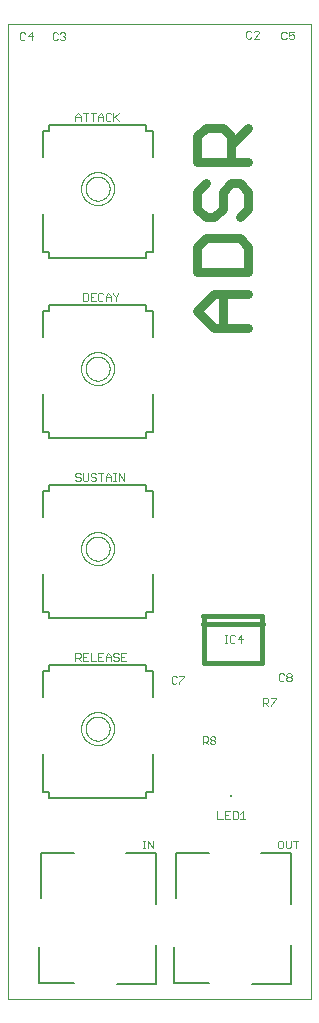
<source format=gto>
G75*
%MOIN*%
%OFA0B0*%
%FSLAX25Y25*%
%IPPOS*%
%LPD*%
%AMOC8*
5,1,8,0,0,1.08239X$1,22.5*
%
%ADD10C,0.00000*%
%ADD11C,0.03000*%
%ADD12C,0.01600*%
%ADD13C,0.00200*%
%ADD14C,0.00800*%
%ADD15R,0.00787X0.00787*%
D10*
X0001000Y0001000D02*
X0001000Y0325961D01*
X0102201Y0325961D01*
X0102201Y0001000D01*
X0001000Y0001000D01*
D11*
X0069886Y0224651D02*
X0064214Y0230322D01*
X0069886Y0235994D01*
X0081229Y0235994D01*
X0081229Y0243067D02*
X0081229Y0251574D01*
X0078393Y0254410D01*
X0067050Y0254410D01*
X0064214Y0251574D01*
X0064214Y0243067D01*
X0081229Y0243067D01*
X0078393Y0261482D02*
X0081229Y0264318D01*
X0081229Y0269990D01*
X0078393Y0272825D01*
X0075557Y0272825D01*
X0072722Y0269990D01*
X0072722Y0264318D01*
X0069886Y0261482D01*
X0067050Y0261482D01*
X0064214Y0264318D01*
X0064214Y0269990D01*
X0067050Y0272825D01*
X0064214Y0279898D02*
X0064214Y0288405D01*
X0067050Y0291241D01*
X0072722Y0291241D01*
X0075557Y0288405D01*
X0075557Y0279898D01*
X0075557Y0285570D02*
X0081229Y0291241D01*
X0081229Y0279898D02*
X0064214Y0279898D01*
X0072722Y0235994D02*
X0072722Y0224651D01*
X0069886Y0224651D02*
X0081229Y0224651D01*
D12*
X0085895Y0128516D02*
X0066247Y0128516D01*
X0066352Y0128201D02*
X0066352Y0112970D01*
X0085895Y0112970D01*
X0085895Y0128516D01*
X0086000Y0126000D02*
X0066000Y0126000D01*
D13*
X0059887Y0108531D02*
X0059887Y0108104D01*
X0058182Y0106399D01*
X0058182Y0105973D01*
X0057350Y0106399D02*
X0056924Y0105973D01*
X0056071Y0105973D01*
X0055644Y0106399D01*
X0055644Y0108104D01*
X0056071Y0108531D01*
X0056924Y0108531D01*
X0057350Y0108104D01*
X0058182Y0108531D02*
X0059887Y0108531D01*
X0066025Y0088402D02*
X0067304Y0088402D01*
X0067730Y0087976D01*
X0067730Y0087123D01*
X0067304Y0086697D01*
X0066025Y0086697D01*
X0066877Y0086697D02*
X0067730Y0085844D01*
X0068562Y0086270D02*
X0068562Y0086697D01*
X0068989Y0087123D01*
X0069841Y0087123D01*
X0070268Y0086697D01*
X0070268Y0086270D01*
X0069841Y0085844D01*
X0068989Y0085844D01*
X0068562Y0086270D01*
X0068989Y0087123D02*
X0068562Y0087549D01*
X0068562Y0087976D01*
X0068989Y0088402D01*
X0069841Y0088402D01*
X0070268Y0087976D01*
X0070268Y0087549D01*
X0069841Y0087123D01*
X0066025Y0085844D02*
X0066025Y0088402D01*
X0070950Y0063402D02*
X0070950Y0060844D01*
X0072655Y0060844D01*
X0073487Y0060844D02*
X0075193Y0060844D01*
X0076025Y0060844D02*
X0077304Y0060844D01*
X0077730Y0061270D01*
X0077730Y0062976D01*
X0077304Y0063402D01*
X0076025Y0063402D01*
X0076025Y0060844D01*
X0074340Y0062123D02*
X0073487Y0062123D01*
X0073487Y0063402D02*
X0073487Y0060844D01*
X0073487Y0063402D02*
X0075193Y0063402D01*
X0078562Y0062549D02*
X0079415Y0063402D01*
X0079415Y0060844D01*
X0078562Y0060844D02*
X0080268Y0060844D01*
X0091100Y0053232D02*
X0091100Y0051526D01*
X0091526Y0051100D01*
X0092379Y0051100D01*
X0092805Y0051526D01*
X0092805Y0053232D01*
X0092379Y0053658D01*
X0091526Y0053658D01*
X0091100Y0053232D01*
X0093638Y0053658D02*
X0093638Y0051526D01*
X0094064Y0051100D01*
X0094917Y0051100D01*
X0095343Y0051526D01*
X0095343Y0053658D01*
X0096175Y0053658D02*
X0097881Y0053658D01*
X0097028Y0053658D02*
X0097028Y0051100D01*
X0088638Y0098600D02*
X0088638Y0099026D01*
X0090343Y0100732D01*
X0090343Y0101158D01*
X0088638Y0101158D01*
X0087805Y0100732D02*
X0087805Y0099879D01*
X0087379Y0099453D01*
X0086100Y0099453D01*
X0086953Y0099453D02*
X0087805Y0098600D01*
X0086100Y0098600D02*
X0086100Y0101158D01*
X0087379Y0101158D01*
X0087805Y0100732D01*
X0091831Y0106882D02*
X0091405Y0107308D01*
X0091405Y0109014D01*
X0091831Y0109440D01*
X0092684Y0109440D01*
X0093111Y0109014D01*
X0093943Y0109014D02*
X0093943Y0108587D01*
X0094369Y0108161D01*
X0095222Y0108161D01*
X0095648Y0107735D01*
X0095648Y0107308D01*
X0095222Y0106882D01*
X0094369Y0106882D01*
X0093943Y0107308D01*
X0093943Y0107735D01*
X0094369Y0108161D01*
X0095222Y0108161D02*
X0095648Y0108587D01*
X0095648Y0109014D01*
X0095222Y0109440D01*
X0094369Y0109440D01*
X0093943Y0109014D01*
X0093111Y0107308D02*
X0092684Y0106882D01*
X0091831Y0106882D01*
X0078919Y0119576D02*
X0078919Y0122134D01*
X0077640Y0120855D01*
X0079345Y0120855D01*
X0076807Y0121708D02*
X0076381Y0122134D01*
X0075528Y0122134D01*
X0075102Y0121708D01*
X0075102Y0120002D01*
X0075528Y0119576D01*
X0076381Y0119576D01*
X0076807Y0120002D01*
X0074263Y0119576D02*
X0073410Y0119576D01*
X0073837Y0119576D02*
X0073837Y0122134D01*
X0074263Y0122134D02*
X0073410Y0122134D01*
X0049497Y0053658D02*
X0049497Y0051100D01*
X0047792Y0053658D01*
X0047792Y0051100D01*
X0046953Y0051100D02*
X0046100Y0051100D01*
X0046526Y0051100D02*
X0046526Y0053658D01*
X0046100Y0053658D02*
X0046953Y0053658D01*
X0027000Y0091000D02*
X0027002Y0091126D01*
X0027008Y0091252D01*
X0027018Y0091378D01*
X0027032Y0091504D01*
X0027050Y0091629D01*
X0027072Y0091753D01*
X0027097Y0091877D01*
X0027127Y0092000D01*
X0027160Y0092121D01*
X0027198Y0092242D01*
X0027239Y0092361D01*
X0027284Y0092480D01*
X0027332Y0092596D01*
X0027384Y0092711D01*
X0027440Y0092824D01*
X0027500Y0092936D01*
X0027563Y0093045D01*
X0027629Y0093153D01*
X0027698Y0093258D01*
X0027771Y0093361D01*
X0027848Y0093462D01*
X0027927Y0093560D01*
X0028009Y0093656D01*
X0028095Y0093749D01*
X0028183Y0093840D01*
X0028274Y0093927D01*
X0028368Y0094012D01*
X0028464Y0094093D01*
X0028563Y0094172D01*
X0028664Y0094247D01*
X0028768Y0094319D01*
X0028874Y0094388D01*
X0028982Y0094454D01*
X0029092Y0094516D01*
X0029204Y0094574D01*
X0029317Y0094629D01*
X0029433Y0094680D01*
X0029550Y0094728D01*
X0029668Y0094772D01*
X0029788Y0094812D01*
X0029909Y0094848D01*
X0030031Y0094881D01*
X0030154Y0094910D01*
X0030278Y0094934D01*
X0030402Y0094955D01*
X0030527Y0094972D01*
X0030653Y0094985D01*
X0030779Y0094994D01*
X0030905Y0094999D01*
X0031032Y0095000D01*
X0031158Y0094997D01*
X0031284Y0094990D01*
X0031410Y0094979D01*
X0031535Y0094964D01*
X0031660Y0094945D01*
X0031784Y0094922D01*
X0031908Y0094896D01*
X0032030Y0094865D01*
X0032152Y0094831D01*
X0032272Y0094792D01*
X0032391Y0094750D01*
X0032509Y0094705D01*
X0032625Y0094655D01*
X0032740Y0094602D01*
X0032852Y0094545D01*
X0032963Y0094485D01*
X0033072Y0094421D01*
X0033179Y0094354D01*
X0033284Y0094284D01*
X0033387Y0094210D01*
X0033487Y0094133D01*
X0033585Y0094053D01*
X0033680Y0093970D01*
X0033772Y0093884D01*
X0033862Y0093795D01*
X0033949Y0093703D01*
X0034032Y0093609D01*
X0034113Y0093512D01*
X0034191Y0093412D01*
X0034266Y0093310D01*
X0034337Y0093206D01*
X0034405Y0093099D01*
X0034469Y0092991D01*
X0034530Y0092880D01*
X0034588Y0092768D01*
X0034642Y0092654D01*
X0034692Y0092538D01*
X0034739Y0092421D01*
X0034782Y0092302D01*
X0034821Y0092182D01*
X0034857Y0092061D01*
X0034888Y0091938D01*
X0034916Y0091815D01*
X0034940Y0091691D01*
X0034960Y0091566D01*
X0034976Y0091441D01*
X0034988Y0091315D01*
X0034996Y0091189D01*
X0035000Y0091063D01*
X0035000Y0090937D01*
X0034996Y0090811D01*
X0034988Y0090685D01*
X0034976Y0090559D01*
X0034960Y0090434D01*
X0034940Y0090309D01*
X0034916Y0090185D01*
X0034888Y0090062D01*
X0034857Y0089939D01*
X0034821Y0089818D01*
X0034782Y0089698D01*
X0034739Y0089579D01*
X0034692Y0089462D01*
X0034642Y0089346D01*
X0034588Y0089232D01*
X0034530Y0089120D01*
X0034469Y0089009D01*
X0034405Y0088901D01*
X0034337Y0088794D01*
X0034266Y0088690D01*
X0034191Y0088588D01*
X0034113Y0088488D01*
X0034032Y0088391D01*
X0033949Y0088297D01*
X0033862Y0088205D01*
X0033772Y0088116D01*
X0033680Y0088030D01*
X0033585Y0087947D01*
X0033487Y0087867D01*
X0033387Y0087790D01*
X0033284Y0087716D01*
X0033179Y0087646D01*
X0033072Y0087579D01*
X0032963Y0087515D01*
X0032852Y0087455D01*
X0032740Y0087398D01*
X0032625Y0087345D01*
X0032509Y0087295D01*
X0032391Y0087250D01*
X0032272Y0087208D01*
X0032152Y0087169D01*
X0032030Y0087135D01*
X0031908Y0087104D01*
X0031784Y0087078D01*
X0031660Y0087055D01*
X0031535Y0087036D01*
X0031410Y0087021D01*
X0031284Y0087010D01*
X0031158Y0087003D01*
X0031032Y0087000D01*
X0030905Y0087001D01*
X0030779Y0087006D01*
X0030653Y0087015D01*
X0030527Y0087028D01*
X0030402Y0087045D01*
X0030278Y0087066D01*
X0030154Y0087090D01*
X0030031Y0087119D01*
X0029909Y0087152D01*
X0029788Y0087188D01*
X0029668Y0087228D01*
X0029550Y0087272D01*
X0029433Y0087320D01*
X0029317Y0087371D01*
X0029204Y0087426D01*
X0029092Y0087484D01*
X0028982Y0087546D01*
X0028874Y0087612D01*
X0028768Y0087681D01*
X0028664Y0087753D01*
X0028563Y0087828D01*
X0028464Y0087907D01*
X0028368Y0087988D01*
X0028274Y0088073D01*
X0028183Y0088160D01*
X0028095Y0088251D01*
X0028009Y0088344D01*
X0027927Y0088440D01*
X0027848Y0088538D01*
X0027771Y0088639D01*
X0027698Y0088742D01*
X0027629Y0088847D01*
X0027563Y0088955D01*
X0027500Y0089064D01*
X0027440Y0089176D01*
X0027384Y0089289D01*
X0027332Y0089404D01*
X0027284Y0089520D01*
X0027239Y0089639D01*
X0027198Y0089758D01*
X0027160Y0089879D01*
X0027127Y0090000D01*
X0027097Y0090123D01*
X0027072Y0090247D01*
X0027050Y0090371D01*
X0027032Y0090496D01*
X0027018Y0090622D01*
X0027008Y0090748D01*
X0027002Y0090874D01*
X0027000Y0091000D01*
X0025500Y0091000D02*
X0025502Y0091148D01*
X0025508Y0091296D01*
X0025518Y0091444D01*
X0025532Y0091592D01*
X0025550Y0091739D01*
X0025572Y0091886D01*
X0025598Y0092032D01*
X0025627Y0092177D01*
X0025661Y0092322D01*
X0025699Y0092465D01*
X0025740Y0092608D01*
X0025785Y0092749D01*
X0025835Y0092889D01*
X0025887Y0093027D01*
X0025944Y0093165D01*
X0026004Y0093300D01*
X0026068Y0093434D01*
X0026135Y0093566D01*
X0026206Y0093696D01*
X0026281Y0093825D01*
X0026359Y0093951D01*
X0026440Y0094075D01*
X0026524Y0094197D01*
X0026612Y0094316D01*
X0026703Y0094433D01*
X0026797Y0094548D01*
X0026895Y0094660D01*
X0026995Y0094769D01*
X0027098Y0094876D01*
X0027204Y0094980D01*
X0027312Y0095081D01*
X0027424Y0095179D01*
X0027538Y0095274D01*
X0027654Y0095365D01*
X0027773Y0095454D01*
X0027894Y0095539D01*
X0028018Y0095621D01*
X0028144Y0095700D01*
X0028271Y0095775D01*
X0028401Y0095847D01*
X0028533Y0095916D01*
X0028666Y0095980D01*
X0028801Y0096041D01*
X0028938Y0096099D01*
X0029076Y0096153D01*
X0029216Y0096203D01*
X0029357Y0096249D01*
X0029499Y0096291D01*
X0029642Y0096330D01*
X0029786Y0096364D01*
X0029932Y0096395D01*
X0030077Y0096422D01*
X0030224Y0096445D01*
X0030371Y0096464D01*
X0030519Y0096479D01*
X0030666Y0096490D01*
X0030815Y0096497D01*
X0030963Y0096500D01*
X0031111Y0096499D01*
X0031259Y0096494D01*
X0031407Y0096485D01*
X0031555Y0096472D01*
X0031703Y0096455D01*
X0031849Y0096434D01*
X0031996Y0096409D01*
X0032141Y0096380D01*
X0032286Y0096348D01*
X0032429Y0096311D01*
X0032572Y0096271D01*
X0032714Y0096226D01*
X0032854Y0096178D01*
X0032993Y0096126D01*
X0033130Y0096071D01*
X0033266Y0096011D01*
X0033401Y0095948D01*
X0033533Y0095882D01*
X0033664Y0095812D01*
X0033793Y0095738D01*
X0033919Y0095661D01*
X0034044Y0095581D01*
X0034166Y0095497D01*
X0034287Y0095410D01*
X0034404Y0095320D01*
X0034520Y0095226D01*
X0034632Y0095130D01*
X0034742Y0095031D01*
X0034850Y0094928D01*
X0034954Y0094823D01*
X0035056Y0094715D01*
X0035154Y0094604D01*
X0035250Y0094491D01*
X0035343Y0094375D01*
X0035432Y0094257D01*
X0035518Y0094136D01*
X0035601Y0094013D01*
X0035681Y0093888D01*
X0035757Y0093761D01*
X0035830Y0093631D01*
X0035899Y0093500D01*
X0035964Y0093367D01*
X0036027Y0093233D01*
X0036085Y0093096D01*
X0036140Y0092958D01*
X0036190Y0092819D01*
X0036238Y0092678D01*
X0036281Y0092537D01*
X0036321Y0092394D01*
X0036356Y0092250D01*
X0036388Y0092105D01*
X0036416Y0091959D01*
X0036440Y0091813D01*
X0036460Y0091666D01*
X0036476Y0091518D01*
X0036488Y0091371D01*
X0036496Y0091222D01*
X0036500Y0091074D01*
X0036500Y0090926D01*
X0036496Y0090778D01*
X0036488Y0090629D01*
X0036476Y0090482D01*
X0036460Y0090334D01*
X0036440Y0090187D01*
X0036416Y0090041D01*
X0036388Y0089895D01*
X0036356Y0089750D01*
X0036321Y0089606D01*
X0036281Y0089463D01*
X0036238Y0089322D01*
X0036190Y0089181D01*
X0036140Y0089042D01*
X0036085Y0088904D01*
X0036027Y0088767D01*
X0035964Y0088633D01*
X0035899Y0088500D01*
X0035830Y0088369D01*
X0035757Y0088239D01*
X0035681Y0088112D01*
X0035601Y0087987D01*
X0035518Y0087864D01*
X0035432Y0087743D01*
X0035343Y0087625D01*
X0035250Y0087509D01*
X0035154Y0087396D01*
X0035056Y0087285D01*
X0034954Y0087177D01*
X0034850Y0087072D01*
X0034742Y0086969D01*
X0034632Y0086870D01*
X0034520Y0086774D01*
X0034404Y0086680D01*
X0034287Y0086590D01*
X0034166Y0086503D01*
X0034044Y0086419D01*
X0033919Y0086339D01*
X0033793Y0086262D01*
X0033664Y0086188D01*
X0033533Y0086118D01*
X0033401Y0086052D01*
X0033266Y0085989D01*
X0033130Y0085929D01*
X0032993Y0085874D01*
X0032854Y0085822D01*
X0032714Y0085774D01*
X0032572Y0085729D01*
X0032429Y0085689D01*
X0032286Y0085652D01*
X0032141Y0085620D01*
X0031996Y0085591D01*
X0031849Y0085566D01*
X0031703Y0085545D01*
X0031555Y0085528D01*
X0031407Y0085515D01*
X0031259Y0085506D01*
X0031111Y0085501D01*
X0030963Y0085500D01*
X0030815Y0085503D01*
X0030666Y0085510D01*
X0030519Y0085521D01*
X0030371Y0085536D01*
X0030224Y0085555D01*
X0030077Y0085578D01*
X0029932Y0085605D01*
X0029786Y0085636D01*
X0029642Y0085670D01*
X0029499Y0085709D01*
X0029357Y0085751D01*
X0029216Y0085797D01*
X0029076Y0085847D01*
X0028938Y0085901D01*
X0028801Y0085959D01*
X0028666Y0086020D01*
X0028533Y0086084D01*
X0028401Y0086153D01*
X0028271Y0086225D01*
X0028144Y0086300D01*
X0028018Y0086379D01*
X0027894Y0086461D01*
X0027773Y0086546D01*
X0027654Y0086635D01*
X0027538Y0086726D01*
X0027424Y0086821D01*
X0027312Y0086919D01*
X0027204Y0087020D01*
X0027098Y0087124D01*
X0026995Y0087231D01*
X0026895Y0087340D01*
X0026797Y0087452D01*
X0026703Y0087567D01*
X0026612Y0087684D01*
X0026524Y0087803D01*
X0026440Y0087925D01*
X0026359Y0088049D01*
X0026281Y0088175D01*
X0026206Y0088304D01*
X0026135Y0088434D01*
X0026068Y0088566D01*
X0026004Y0088700D01*
X0025944Y0088835D01*
X0025887Y0088973D01*
X0025835Y0089111D01*
X0025785Y0089251D01*
X0025740Y0089392D01*
X0025699Y0089535D01*
X0025661Y0089678D01*
X0025627Y0089823D01*
X0025598Y0089968D01*
X0025572Y0090114D01*
X0025550Y0090261D01*
X0025532Y0090408D01*
X0025518Y0090556D01*
X0025508Y0090704D01*
X0025502Y0090852D01*
X0025500Y0091000D01*
X0025305Y0113600D02*
X0024453Y0114453D01*
X0024879Y0114453D02*
X0023600Y0114453D01*
X0023600Y0113600D02*
X0023600Y0116158D01*
X0024879Y0116158D01*
X0025305Y0115732D01*
X0025305Y0114879D01*
X0024879Y0114453D01*
X0026138Y0114879D02*
X0026990Y0114879D01*
X0026138Y0113600D02*
X0027843Y0113600D01*
X0028675Y0113600D02*
X0028675Y0116158D01*
X0027843Y0116158D02*
X0026138Y0116158D01*
X0026138Y0113600D01*
X0028675Y0113600D02*
X0030381Y0113600D01*
X0031213Y0113600D02*
X0031213Y0116158D01*
X0032918Y0116158D01*
X0033750Y0115305D02*
X0033750Y0113600D01*
X0032918Y0113600D02*
X0031213Y0113600D01*
X0031213Y0114879D02*
X0032065Y0114879D01*
X0033750Y0114879D02*
X0035456Y0114879D01*
X0035456Y0115305D02*
X0035456Y0113600D01*
X0036288Y0114026D02*
X0036714Y0113600D01*
X0037567Y0113600D01*
X0037993Y0114026D01*
X0037993Y0114453D01*
X0037567Y0114879D01*
X0036714Y0114879D01*
X0036288Y0115305D01*
X0036288Y0115732D01*
X0036714Y0116158D01*
X0037567Y0116158D01*
X0037993Y0115732D01*
X0038826Y0116158D02*
X0038826Y0113600D01*
X0040531Y0113600D01*
X0039678Y0114879D02*
X0038826Y0114879D01*
X0038826Y0116158D02*
X0040531Y0116158D01*
X0035456Y0115305D02*
X0034603Y0116158D01*
X0033750Y0115305D01*
X0027000Y0151000D02*
X0027002Y0151126D01*
X0027008Y0151252D01*
X0027018Y0151378D01*
X0027032Y0151504D01*
X0027050Y0151629D01*
X0027072Y0151753D01*
X0027097Y0151877D01*
X0027127Y0152000D01*
X0027160Y0152121D01*
X0027198Y0152242D01*
X0027239Y0152361D01*
X0027284Y0152480D01*
X0027332Y0152596D01*
X0027384Y0152711D01*
X0027440Y0152824D01*
X0027500Y0152936D01*
X0027563Y0153045D01*
X0027629Y0153153D01*
X0027698Y0153258D01*
X0027771Y0153361D01*
X0027848Y0153462D01*
X0027927Y0153560D01*
X0028009Y0153656D01*
X0028095Y0153749D01*
X0028183Y0153840D01*
X0028274Y0153927D01*
X0028368Y0154012D01*
X0028464Y0154093D01*
X0028563Y0154172D01*
X0028664Y0154247D01*
X0028768Y0154319D01*
X0028874Y0154388D01*
X0028982Y0154454D01*
X0029092Y0154516D01*
X0029204Y0154574D01*
X0029317Y0154629D01*
X0029433Y0154680D01*
X0029550Y0154728D01*
X0029668Y0154772D01*
X0029788Y0154812D01*
X0029909Y0154848D01*
X0030031Y0154881D01*
X0030154Y0154910D01*
X0030278Y0154934D01*
X0030402Y0154955D01*
X0030527Y0154972D01*
X0030653Y0154985D01*
X0030779Y0154994D01*
X0030905Y0154999D01*
X0031032Y0155000D01*
X0031158Y0154997D01*
X0031284Y0154990D01*
X0031410Y0154979D01*
X0031535Y0154964D01*
X0031660Y0154945D01*
X0031784Y0154922D01*
X0031908Y0154896D01*
X0032030Y0154865D01*
X0032152Y0154831D01*
X0032272Y0154792D01*
X0032391Y0154750D01*
X0032509Y0154705D01*
X0032625Y0154655D01*
X0032740Y0154602D01*
X0032852Y0154545D01*
X0032963Y0154485D01*
X0033072Y0154421D01*
X0033179Y0154354D01*
X0033284Y0154284D01*
X0033387Y0154210D01*
X0033487Y0154133D01*
X0033585Y0154053D01*
X0033680Y0153970D01*
X0033772Y0153884D01*
X0033862Y0153795D01*
X0033949Y0153703D01*
X0034032Y0153609D01*
X0034113Y0153512D01*
X0034191Y0153412D01*
X0034266Y0153310D01*
X0034337Y0153206D01*
X0034405Y0153099D01*
X0034469Y0152991D01*
X0034530Y0152880D01*
X0034588Y0152768D01*
X0034642Y0152654D01*
X0034692Y0152538D01*
X0034739Y0152421D01*
X0034782Y0152302D01*
X0034821Y0152182D01*
X0034857Y0152061D01*
X0034888Y0151938D01*
X0034916Y0151815D01*
X0034940Y0151691D01*
X0034960Y0151566D01*
X0034976Y0151441D01*
X0034988Y0151315D01*
X0034996Y0151189D01*
X0035000Y0151063D01*
X0035000Y0150937D01*
X0034996Y0150811D01*
X0034988Y0150685D01*
X0034976Y0150559D01*
X0034960Y0150434D01*
X0034940Y0150309D01*
X0034916Y0150185D01*
X0034888Y0150062D01*
X0034857Y0149939D01*
X0034821Y0149818D01*
X0034782Y0149698D01*
X0034739Y0149579D01*
X0034692Y0149462D01*
X0034642Y0149346D01*
X0034588Y0149232D01*
X0034530Y0149120D01*
X0034469Y0149009D01*
X0034405Y0148901D01*
X0034337Y0148794D01*
X0034266Y0148690D01*
X0034191Y0148588D01*
X0034113Y0148488D01*
X0034032Y0148391D01*
X0033949Y0148297D01*
X0033862Y0148205D01*
X0033772Y0148116D01*
X0033680Y0148030D01*
X0033585Y0147947D01*
X0033487Y0147867D01*
X0033387Y0147790D01*
X0033284Y0147716D01*
X0033179Y0147646D01*
X0033072Y0147579D01*
X0032963Y0147515D01*
X0032852Y0147455D01*
X0032740Y0147398D01*
X0032625Y0147345D01*
X0032509Y0147295D01*
X0032391Y0147250D01*
X0032272Y0147208D01*
X0032152Y0147169D01*
X0032030Y0147135D01*
X0031908Y0147104D01*
X0031784Y0147078D01*
X0031660Y0147055D01*
X0031535Y0147036D01*
X0031410Y0147021D01*
X0031284Y0147010D01*
X0031158Y0147003D01*
X0031032Y0147000D01*
X0030905Y0147001D01*
X0030779Y0147006D01*
X0030653Y0147015D01*
X0030527Y0147028D01*
X0030402Y0147045D01*
X0030278Y0147066D01*
X0030154Y0147090D01*
X0030031Y0147119D01*
X0029909Y0147152D01*
X0029788Y0147188D01*
X0029668Y0147228D01*
X0029550Y0147272D01*
X0029433Y0147320D01*
X0029317Y0147371D01*
X0029204Y0147426D01*
X0029092Y0147484D01*
X0028982Y0147546D01*
X0028874Y0147612D01*
X0028768Y0147681D01*
X0028664Y0147753D01*
X0028563Y0147828D01*
X0028464Y0147907D01*
X0028368Y0147988D01*
X0028274Y0148073D01*
X0028183Y0148160D01*
X0028095Y0148251D01*
X0028009Y0148344D01*
X0027927Y0148440D01*
X0027848Y0148538D01*
X0027771Y0148639D01*
X0027698Y0148742D01*
X0027629Y0148847D01*
X0027563Y0148955D01*
X0027500Y0149064D01*
X0027440Y0149176D01*
X0027384Y0149289D01*
X0027332Y0149404D01*
X0027284Y0149520D01*
X0027239Y0149639D01*
X0027198Y0149758D01*
X0027160Y0149879D01*
X0027127Y0150000D01*
X0027097Y0150123D01*
X0027072Y0150247D01*
X0027050Y0150371D01*
X0027032Y0150496D01*
X0027018Y0150622D01*
X0027008Y0150748D01*
X0027002Y0150874D01*
X0027000Y0151000D01*
X0025500Y0151000D02*
X0025502Y0151148D01*
X0025508Y0151296D01*
X0025518Y0151444D01*
X0025532Y0151592D01*
X0025550Y0151739D01*
X0025572Y0151886D01*
X0025598Y0152032D01*
X0025627Y0152177D01*
X0025661Y0152322D01*
X0025699Y0152465D01*
X0025740Y0152608D01*
X0025785Y0152749D01*
X0025835Y0152889D01*
X0025887Y0153027D01*
X0025944Y0153165D01*
X0026004Y0153300D01*
X0026068Y0153434D01*
X0026135Y0153566D01*
X0026206Y0153696D01*
X0026281Y0153825D01*
X0026359Y0153951D01*
X0026440Y0154075D01*
X0026524Y0154197D01*
X0026612Y0154316D01*
X0026703Y0154433D01*
X0026797Y0154548D01*
X0026895Y0154660D01*
X0026995Y0154769D01*
X0027098Y0154876D01*
X0027204Y0154980D01*
X0027312Y0155081D01*
X0027424Y0155179D01*
X0027538Y0155274D01*
X0027654Y0155365D01*
X0027773Y0155454D01*
X0027894Y0155539D01*
X0028018Y0155621D01*
X0028144Y0155700D01*
X0028271Y0155775D01*
X0028401Y0155847D01*
X0028533Y0155916D01*
X0028666Y0155980D01*
X0028801Y0156041D01*
X0028938Y0156099D01*
X0029076Y0156153D01*
X0029216Y0156203D01*
X0029357Y0156249D01*
X0029499Y0156291D01*
X0029642Y0156330D01*
X0029786Y0156364D01*
X0029932Y0156395D01*
X0030077Y0156422D01*
X0030224Y0156445D01*
X0030371Y0156464D01*
X0030519Y0156479D01*
X0030666Y0156490D01*
X0030815Y0156497D01*
X0030963Y0156500D01*
X0031111Y0156499D01*
X0031259Y0156494D01*
X0031407Y0156485D01*
X0031555Y0156472D01*
X0031703Y0156455D01*
X0031849Y0156434D01*
X0031996Y0156409D01*
X0032141Y0156380D01*
X0032286Y0156348D01*
X0032429Y0156311D01*
X0032572Y0156271D01*
X0032714Y0156226D01*
X0032854Y0156178D01*
X0032993Y0156126D01*
X0033130Y0156071D01*
X0033266Y0156011D01*
X0033401Y0155948D01*
X0033533Y0155882D01*
X0033664Y0155812D01*
X0033793Y0155738D01*
X0033919Y0155661D01*
X0034044Y0155581D01*
X0034166Y0155497D01*
X0034287Y0155410D01*
X0034404Y0155320D01*
X0034520Y0155226D01*
X0034632Y0155130D01*
X0034742Y0155031D01*
X0034850Y0154928D01*
X0034954Y0154823D01*
X0035056Y0154715D01*
X0035154Y0154604D01*
X0035250Y0154491D01*
X0035343Y0154375D01*
X0035432Y0154257D01*
X0035518Y0154136D01*
X0035601Y0154013D01*
X0035681Y0153888D01*
X0035757Y0153761D01*
X0035830Y0153631D01*
X0035899Y0153500D01*
X0035964Y0153367D01*
X0036027Y0153233D01*
X0036085Y0153096D01*
X0036140Y0152958D01*
X0036190Y0152819D01*
X0036238Y0152678D01*
X0036281Y0152537D01*
X0036321Y0152394D01*
X0036356Y0152250D01*
X0036388Y0152105D01*
X0036416Y0151959D01*
X0036440Y0151813D01*
X0036460Y0151666D01*
X0036476Y0151518D01*
X0036488Y0151371D01*
X0036496Y0151222D01*
X0036500Y0151074D01*
X0036500Y0150926D01*
X0036496Y0150778D01*
X0036488Y0150629D01*
X0036476Y0150482D01*
X0036460Y0150334D01*
X0036440Y0150187D01*
X0036416Y0150041D01*
X0036388Y0149895D01*
X0036356Y0149750D01*
X0036321Y0149606D01*
X0036281Y0149463D01*
X0036238Y0149322D01*
X0036190Y0149181D01*
X0036140Y0149042D01*
X0036085Y0148904D01*
X0036027Y0148767D01*
X0035964Y0148633D01*
X0035899Y0148500D01*
X0035830Y0148369D01*
X0035757Y0148239D01*
X0035681Y0148112D01*
X0035601Y0147987D01*
X0035518Y0147864D01*
X0035432Y0147743D01*
X0035343Y0147625D01*
X0035250Y0147509D01*
X0035154Y0147396D01*
X0035056Y0147285D01*
X0034954Y0147177D01*
X0034850Y0147072D01*
X0034742Y0146969D01*
X0034632Y0146870D01*
X0034520Y0146774D01*
X0034404Y0146680D01*
X0034287Y0146590D01*
X0034166Y0146503D01*
X0034044Y0146419D01*
X0033919Y0146339D01*
X0033793Y0146262D01*
X0033664Y0146188D01*
X0033533Y0146118D01*
X0033401Y0146052D01*
X0033266Y0145989D01*
X0033130Y0145929D01*
X0032993Y0145874D01*
X0032854Y0145822D01*
X0032714Y0145774D01*
X0032572Y0145729D01*
X0032429Y0145689D01*
X0032286Y0145652D01*
X0032141Y0145620D01*
X0031996Y0145591D01*
X0031849Y0145566D01*
X0031703Y0145545D01*
X0031555Y0145528D01*
X0031407Y0145515D01*
X0031259Y0145506D01*
X0031111Y0145501D01*
X0030963Y0145500D01*
X0030815Y0145503D01*
X0030666Y0145510D01*
X0030519Y0145521D01*
X0030371Y0145536D01*
X0030224Y0145555D01*
X0030077Y0145578D01*
X0029932Y0145605D01*
X0029786Y0145636D01*
X0029642Y0145670D01*
X0029499Y0145709D01*
X0029357Y0145751D01*
X0029216Y0145797D01*
X0029076Y0145847D01*
X0028938Y0145901D01*
X0028801Y0145959D01*
X0028666Y0146020D01*
X0028533Y0146084D01*
X0028401Y0146153D01*
X0028271Y0146225D01*
X0028144Y0146300D01*
X0028018Y0146379D01*
X0027894Y0146461D01*
X0027773Y0146546D01*
X0027654Y0146635D01*
X0027538Y0146726D01*
X0027424Y0146821D01*
X0027312Y0146919D01*
X0027204Y0147020D01*
X0027098Y0147124D01*
X0026995Y0147231D01*
X0026895Y0147340D01*
X0026797Y0147452D01*
X0026703Y0147567D01*
X0026612Y0147684D01*
X0026524Y0147803D01*
X0026440Y0147925D01*
X0026359Y0148049D01*
X0026281Y0148175D01*
X0026206Y0148304D01*
X0026135Y0148434D01*
X0026068Y0148566D01*
X0026004Y0148700D01*
X0025944Y0148835D01*
X0025887Y0148973D01*
X0025835Y0149111D01*
X0025785Y0149251D01*
X0025740Y0149392D01*
X0025699Y0149535D01*
X0025661Y0149678D01*
X0025627Y0149823D01*
X0025598Y0149968D01*
X0025572Y0150114D01*
X0025550Y0150261D01*
X0025532Y0150408D01*
X0025518Y0150556D01*
X0025508Y0150704D01*
X0025502Y0150852D01*
X0025500Y0151000D01*
X0024879Y0173600D02*
X0024026Y0173600D01*
X0023600Y0174026D01*
X0024026Y0174879D02*
X0023600Y0175305D01*
X0023600Y0175732D01*
X0024026Y0176158D01*
X0024879Y0176158D01*
X0025305Y0175732D01*
X0026138Y0176158D02*
X0026138Y0174026D01*
X0026564Y0173600D01*
X0027417Y0173600D01*
X0027843Y0174026D01*
X0027843Y0176158D01*
X0028675Y0175732D02*
X0028675Y0175305D01*
X0029102Y0174879D01*
X0029954Y0174879D01*
X0030381Y0174453D01*
X0030381Y0174026D01*
X0029954Y0173600D01*
X0029102Y0173600D01*
X0028675Y0174026D01*
X0028675Y0175732D02*
X0029102Y0176158D01*
X0029954Y0176158D01*
X0030381Y0175732D01*
X0031213Y0176158D02*
X0032918Y0176158D01*
X0032065Y0176158D02*
X0032065Y0173600D01*
X0033750Y0173600D02*
X0033750Y0175305D01*
X0034603Y0176158D01*
X0035456Y0175305D01*
X0035456Y0173600D01*
X0036288Y0173600D02*
X0037141Y0173600D01*
X0036714Y0173600D02*
X0036714Y0176158D01*
X0036288Y0176158D02*
X0037141Y0176158D01*
X0037980Y0176158D02*
X0037980Y0173600D01*
X0039685Y0173600D02*
X0037980Y0176158D01*
X0039685Y0176158D02*
X0039685Y0173600D01*
X0035456Y0174879D02*
X0033750Y0174879D01*
X0025305Y0174453D02*
X0025305Y0174026D01*
X0024879Y0173600D01*
X0025305Y0174453D02*
X0024879Y0174879D01*
X0024026Y0174879D01*
X0027000Y0211000D02*
X0027002Y0211126D01*
X0027008Y0211252D01*
X0027018Y0211378D01*
X0027032Y0211504D01*
X0027050Y0211629D01*
X0027072Y0211753D01*
X0027097Y0211877D01*
X0027127Y0212000D01*
X0027160Y0212121D01*
X0027198Y0212242D01*
X0027239Y0212361D01*
X0027284Y0212480D01*
X0027332Y0212596D01*
X0027384Y0212711D01*
X0027440Y0212824D01*
X0027500Y0212936D01*
X0027563Y0213045D01*
X0027629Y0213153D01*
X0027698Y0213258D01*
X0027771Y0213361D01*
X0027848Y0213462D01*
X0027927Y0213560D01*
X0028009Y0213656D01*
X0028095Y0213749D01*
X0028183Y0213840D01*
X0028274Y0213927D01*
X0028368Y0214012D01*
X0028464Y0214093D01*
X0028563Y0214172D01*
X0028664Y0214247D01*
X0028768Y0214319D01*
X0028874Y0214388D01*
X0028982Y0214454D01*
X0029092Y0214516D01*
X0029204Y0214574D01*
X0029317Y0214629D01*
X0029433Y0214680D01*
X0029550Y0214728D01*
X0029668Y0214772D01*
X0029788Y0214812D01*
X0029909Y0214848D01*
X0030031Y0214881D01*
X0030154Y0214910D01*
X0030278Y0214934D01*
X0030402Y0214955D01*
X0030527Y0214972D01*
X0030653Y0214985D01*
X0030779Y0214994D01*
X0030905Y0214999D01*
X0031032Y0215000D01*
X0031158Y0214997D01*
X0031284Y0214990D01*
X0031410Y0214979D01*
X0031535Y0214964D01*
X0031660Y0214945D01*
X0031784Y0214922D01*
X0031908Y0214896D01*
X0032030Y0214865D01*
X0032152Y0214831D01*
X0032272Y0214792D01*
X0032391Y0214750D01*
X0032509Y0214705D01*
X0032625Y0214655D01*
X0032740Y0214602D01*
X0032852Y0214545D01*
X0032963Y0214485D01*
X0033072Y0214421D01*
X0033179Y0214354D01*
X0033284Y0214284D01*
X0033387Y0214210D01*
X0033487Y0214133D01*
X0033585Y0214053D01*
X0033680Y0213970D01*
X0033772Y0213884D01*
X0033862Y0213795D01*
X0033949Y0213703D01*
X0034032Y0213609D01*
X0034113Y0213512D01*
X0034191Y0213412D01*
X0034266Y0213310D01*
X0034337Y0213206D01*
X0034405Y0213099D01*
X0034469Y0212991D01*
X0034530Y0212880D01*
X0034588Y0212768D01*
X0034642Y0212654D01*
X0034692Y0212538D01*
X0034739Y0212421D01*
X0034782Y0212302D01*
X0034821Y0212182D01*
X0034857Y0212061D01*
X0034888Y0211938D01*
X0034916Y0211815D01*
X0034940Y0211691D01*
X0034960Y0211566D01*
X0034976Y0211441D01*
X0034988Y0211315D01*
X0034996Y0211189D01*
X0035000Y0211063D01*
X0035000Y0210937D01*
X0034996Y0210811D01*
X0034988Y0210685D01*
X0034976Y0210559D01*
X0034960Y0210434D01*
X0034940Y0210309D01*
X0034916Y0210185D01*
X0034888Y0210062D01*
X0034857Y0209939D01*
X0034821Y0209818D01*
X0034782Y0209698D01*
X0034739Y0209579D01*
X0034692Y0209462D01*
X0034642Y0209346D01*
X0034588Y0209232D01*
X0034530Y0209120D01*
X0034469Y0209009D01*
X0034405Y0208901D01*
X0034337Y0208794D01*
X0034266Y0208690D01*
X0034191Y0208588D01*
X0034113Y0208488D01*
X0034032Y0208391D01*
X0033949Y0208297D01*
X0033862Y0208205D01*
X0033772Y0208116D01*
X0033680Y0208030D01*
X0033585Y0207947D01*
X0033487Y0207867D01*
X0033387Y0207790D01*
X0033284Y0207716D01*
X0033179Y0207646D01*
X0033072Y0207579D01*
X0032963Y0207515D01*
X0032852Y0207455D01*
X0032740Y0207398D01*
X0032625Y0207345D01*
X0032509Y0207295D01*
X0032391Y0207250D01*
X0032272Y0207208D01*
X0032152Y0207169D01*
X0032030Y0207135D01*
X0031908Y0207104D01*
X0031784Y0207078D01*
X0031660Y0207055D01*
X0031535Y0207036D01*
X0031410Y0207021D01*
X0031284Y0207010D01*
X0031158Y0207003D01*
X0031032Y0207000D01*
X0030905Y0207001D01*
X0030779Y0207006D01*
X0030653Y0207015D01*
X0030527Y0207028D01*
X0030402Y0207045D01*
X0030278Y0207066D01*
X0030154Y0207090D01*
X0030031Y0207119D01*
X0029909Y0207152D01*
X0029788Y0207188D01*
X0029668Y0207228D01*
X0029550Y0207272D01*
X0029433Y0207320D01*
X0029317Y0207371D01*
X0029204Y0207426D01*
X0029092Y0207484D01*
X0028982Y0207546D01*
X0028874Y0207612D01*
X0028768Y0207681D01*
X0028664Y0207753D01*
X0028563Y0207828D01*
X0028464Y0207907D01*
X0028368Y0207988D01*
X0028274Y0208073D01*
X0028183Y0208160D01*
X0028095Y0208251D01*
X0028009Y0208344D01*
X0027927Y0208440D01*
X0027848Y0208538D01*
X0027771Y0208639D01*
X0027698Y0208742D01*
X0027629Y0208847D01*
X0027563Y0208955D01*
X0027500Y0209064D01*
X0027440Y0209176D01*
X0027384Y0209289D01*
X0027332Y0209404D01*
X0027284Y0209520D01*
X0027239Y0209639D01*
X0027198Y0209758D01*
X0027160Y0209879D01*
X0027127Y0210000D01*
X0027097Y0210123D01*
X0027072Y0210247D01*
X0027050Y0210371D01*
X0027032Y0210496D01*
X0027018Y0210622D01*
X0027008Y0210748D01*
X0027002Y0210874D01*
X0027000Y0211000D01*
X0025500Y0211000D02*
X0025502Y0211148D01*
X0025508Y0211296D01*
X0025518Y0211444D01*
X0025532Y0211592D01*
X0025550Y0211739D01*
X0025572Y0211886D01*
X0025598Y0212032D01*
X0025627Y0212177D01*
X0025661Y0212322D01*
X0025699Y0212465D01*
X0025740Y0212608D01*
X0025785Y0212749D01*
X0025835Y0212889D01*
X0025887Y0213027D01*
X0025944Y0213165D01*
X0026004Y0213300D01*
X0026068Y0213434D01*
X0026135Y0213566D01*
X0026206Y0213696D01*
X0026281Y0213825D01*
X0026359Y0213951D01*
X0026440Y0214075D01*
X0026524Y0214197D01*
X0026612Y0214316D01*
X0026703Y0214433D01*
X0026797Y0214548D01*
X0026895Y0214660D01*
X0026995Y0214769D01*
X0027098Y0214876D01*
X0027204Y0214980D01*
X0027312Y0215081D01*
X0027424Y0215179D01*
X0027538Y0215274D01*
X0027654Y0215365D01*
X0027773Y0215454D01*
X0027894Y0215539D01*
X0028018Y0215621D01*
X0028144Y0215700D01*
X0028271Y0215775D01*
X0028401Y0215847D01*
X0028533Y0215916D01*
X0028666Y0215980D01*
X0028801Y0216041D01*
X0028938Y0216099D01*
X0029076Y0216153D01*
X0029216Y0216203D01*
X0029357Y0216249D01*
X0029499Y0216291D01*
X0029642Y0216330D01*
X0029786Y0216364D01*
X0029932Y0216395D01*
X0030077Y0216422D01*
X0030224Y0216445D01*
X0030371Y0216464D01*
X0030519Y0216479D01*
X0030666Y0216490D01*
X0030815Y0216497D01*
X0030963Y0216500D01*
X0031111Y0216499D01*
X0031259Y0216494D01*
X0031407Y0216485D01*
X0031555Y0216472D01*
X0031703Y0216455D01*
X0031849Y0216434D01*
X0031996Y0216409D01*
X0032141Y0216380D01*
X0032286Y0216348D01*
X0032429Y0216311D01*
X0032572Y0216271D01*
X0032714Y0216226D01*
X0032854Y0216178D01*
X0032993Y0216126D01*
X0033130Y0216071D01*
X0033266Y0216011D01*
X0033401Y0215948D01*
X0033533Y0215882D01*
X0033664Y0215812D01*
X0033793Y0215738D01*
X0033919Y0215661D01*
X0034044Y0215581D01*
X0034166Y0215497D01*
X0034287Y0215410D01*
X0034404Y0215320D01*
X0034520Y0215226D01*
X0034632Y0215130D01*
X0034742Y0215031D01*
X0034850Y0214928D01*
X0034954Y0214823D01*
X0035056Y0214715D01*
X0035154Y0214604D01*
X0035250Y0214491D01*
X0035343Y0214375D01*
X0035432Y0214257D01*
X0035518Y0214136D01*
X0035601Y0214013D01*
X0035681Y0213888D01*
X0035757Y0213761D01*
X0035830Y0213631D01*
X0035899Y0213500D01*
X0035964Y0213367D01*
X0036027Y0213233D01*
X0036085Y0213096D01*
X0036140Y0212958D01*
X0036190Y0212819D01*
X0036238Y0212678D01*
X0036281Y0212537D01*
X0036321Y0212394D01*
X0036356Y0212250D01*
X0036388Y0212105D01*
X0036416Y0211959D01*
X0036440Y0211813D01*
X0036460Y0211666D01*
X0036476Y0211518D01*
X0036488Y0211371D01*
X0036496Y0211222D01*
X0036500Y0211074D01*
X0036500Y0210926D01*
X0036496Y0210778D01*
X0036488Y0210629D01*
X0036476Y0210482D01*
X0036460Y0210334D01*
X0036440Y0210187D01*
X0036416Y0210041D01*
X0036388Y0209895D01*
X0036356Y0209750D01*
X0036321Y0209606D01*
X0036281Y0209463D01*
X0036238Y0209322D01*
X0036190Y0209181D01*
X0036140Y0209042D01*
X0036085Y0208904D01*
X0036027Y0208767D01*
X0035964Y0208633D01*
X0035899Y0208500D01*
X0035830Y0208369D01*
X0035757Y0208239D01*
X0035681Y0208112D01*
X0035601Y0207987D01*
X0035518Y0207864D01*
X0035432Y0207743D01*
X0035343Y0207625D01*
X0035250Y0207509D01*
X0035154Y0207396D01*
X0035056Y0207285D01*
X0034954Y0207177D01*
X0034850Y0207072D01*
X0034742Y0206969D01*
X0034632Y0206870D01*
X0034520Y0206774D01*
X0034404Y0206680D01*
X0034287Y0206590D01*
X0034166Y0206503D01*
X0034044Y0206419D01*
X0033919Y0206339D01*
X0033793Y0206262D01*
X0033664Y0206188D01*
X0033533Y0206118D01*
X0033401Y0206052D01*
X0033266Y0205989D01*
X0033130Y0205929D01*
X0032993Y0205874D01*
X0032854Y0205822D01*
X0032714Y0205774D01*
X0032572Y0205729D01*
X0032429Y0205689D01*
X0032286Y0205652D01*
X0032141Y0205620D01*
X0031996Y0205591D01*
X0031849Y0205566D01*
X0031703Y0205545D01*
X0031555Y0205528D01*
X0031407Y0205515D01*
X0031259Y0205506D01*
X0031111Y0205501D01*
X0030963Y0205500D01*
X0030815Y0205503D01*
X0030666Y0205510D01*
X0030519Y0205521D01*
X0030371Y0205536D01*
X0030224Y0205555D01*
X0030077Y0205578D01*
X0029932Y0205605D01*
X0029786Y0205636D01*
X0029642Y0205670D01*
X0029499Y0205709D01*
X0029357Y0205751D01*
X0029216Y0205797D01*
X0029076Y0205847D01*
X0028938Y0205901D01*
X0028801Y0205959D01*
X0028666Y0206020D01*
X0028533Y0206084D01*
X0028401Y0206153D01*
X0028271Y0206225D01*
X0028144Y0206300D01*
X0028018Y0206379D01*
X0027894Y0206461D01*
X0027773Y0206546D01*
X0027654Y0206635D01*
X0027538Y0206726D01*
X0027424Y0206821D01*
X0027312Y0206919D01*
X0027204Y0207020D01*
X0027098Y0207124D01*
X0026995Y0207231D01*
X0026895Y0207340D01*
X0026797Y0207452D01*
X0026703Y0207567D01*
X0026612Y0207684D01*
X0026524Y0207803D01*
X0026440Y0207925D01*
X0026359Y0208049D01*
X0026281Y0208175D01*
X0026206Y0208304D01*
X0026135Y0208434D01*
X0026068Y0208566D01*
X0026004Y0208700D01*
X0025944Y0208835D01*
X0025887Y0208973D01*
X0025835Y0209111D01*
X0025785Y0209251D01*
X0025740Y0209392D01*
X0025699Y0209535D01*
X0025661Y0209678D01*
X0025627Y0209823D01*
X0025598Y0209968D01*
X0025572Y0210114D01*
X0025550Y0210261D01*
X0025532Y0210408D01*
X0025518Y0210556D01*
X0025508Y0210704D01*
X0025502Y0210852D01*
X0025500Y0211000D01*
X0026100Y0233600D02*
X0027379Y0233600D01*
X0027805Y0234026D01*
X0027805Y0235732D01*
X0027379Y0236158D01*
X0026100Y0236158D01*
X0026100Y0233600D01*
X0028638Y0233600D02*
X0030343Y0233600D01*
X0031175Y0234026D02*
X0031602Y0233600D01*
X0032454Y0233600D01*
X0032881Y0234026D01*
X0033713Y0233600D02*
X0033713Y0235305D01*
X0034565Y0236158D01*
X0035418Y0235305D01*
X0035418Y0233600D01*
X0035418Y0234879D02*
X0033713Y0234879D01*
X0032881Y0235732D02*
X0032454Y0236158D01*
X0031602Y0236158D01*
X0031175Y0235732D01*
X0031175Y0234026D01*
X0029490Y0234879D02*
X0028638Y0234879D01*
X0028638Y0236158D02*
X0028638Y0233600D01*
X0028638Y0236158D02*
X0030343Y0236158D01*
X0036250Y0236158D02*
X0036250Y0235732D01*
X0037103Y0234879D01*
X0037103Y0233600D01*
X0037103Y0234879D02*
X0037956Y0235732D01*
X0037956Y0236158D01*
X0027000Y0271000D02*
X0027002Y0271126D01*
X0027008Y0271252D01*
X0027018Y0271378D01*
X0027032Y0271504D01*
X0027050Y0271629D01*
X0027072Y0271753D01*
X0027097Y0271877D01*
X0027127Y0272000D01*
X0027160Y0272121D01*
X0027198Y0272242D01*
X0027239Y0272361D01*
X0027284Y0272480D01*
X0027332Y0272596D01*
X0027384Y0272711D01*
X0027440Y0272824D01*
X0027500Y0272936D01*
X0027563Y0273045D01*
X0027629Y0273153D01*
X0027698Y0273258D01*
X0027771Y0273361D01*
X0027848Y0273462D01*
X0027927Y0273560D01*
X0028009Y0273656D01*
X0028095Y0273749D01*
X0028183Y0273840D01*
X0028274Y0273927D01*
X0028368Y0274012D01*
X0028464Y0274093D01*
X0028563Y0274172D01*
X0028664Y0274247D01*
X0028768Y0274319D01*
X0028874Y0274388D01*
X0028982Y0274454D01*
X0029092Y0274516D01*
X0029204Y0274574D01*
X0029317Y0274629D01*
X0029433Y0274680D01*
X0029550Y0274728D01*
X0029668Y0274772D01*
X0029788Y0274812D01*
X0029909Y0274848D01*
X0030031Y0274881D01*
X0030154Y0274910D01*
X0030278Y0274934D01*
X0030402Y0274955D01*
X0030527Y0274972D01*
X0030653Y0274985D01*
X0030779Y0274994D01*
X0030905Y0274999D01*
X0031032Y0275000D01*
X0031158Y0274997D01*
X0031284Y0274990D01*
X0031410Y0274979D01*
X0031535Y0274964D01*
X0031660Y0274945D01*
X0031784Y0274922D01*
X0031908Y0274896D01*
X0032030Y0274865D01*
X0032152Y0274831D01*
X0032272Y0274792D01*
X0032391Y0274750D01*
X0032509Y0274705D01*
X0032625Y0274655D01*
X0032740Y0274602D01*
X0032852Y0274545D01*
X0032963Y0274485D01*
X0033072Y0274421D01*
X0033179Y0274354D01*
X0033284Y0274284D01*
X0033387Y0274210D01*
X0033487Y0274133D01*
X0033585Y0274053D01*
X0033680Y0273970D01*
X0033772Y0273884D01*
X0033862Y0273795D01*
X0033949Y0273703D01*
X0034032Y0273609D01*
X0034113Y0273512D01*
X0034191Y0273412D01*
X0034266Y0273310D01*
X0034337Y0273206D01*
X0034405Y0273099D01*
X0034469Y0272991D01*
X0034530Y0272880D01*
X0034588Y0272768D01*
X0034642Y0272654D01*
X0034692Y0272538D01*
X0034739Y0272421D01*
X0034782Y0272302D01*
X0034821Y0272182D01*
X0034857Y0272061D01*
X0034888Y0271938D01*
X0034916Y0271815D01*
X0034940Y0271691D01*
X0034960Y0271566D01*
X0034976Y0271441D01*
X0034988Y0271315D01*
X0034996Y0271189D01*
X0035000Y0271063D01*
X0035000Y0270937D01*
X0034996Y0270811D01*
X0034988Y0270685D01*
X0034976Y0270559D01*
X0034960Y0270434D01*
X0034940Y0270309D01*
X0034916Y0270185D01*
X0034888Y0270062D01*
X0034857Y0269939D01*
X0034821Y0269818D01*
X0034782Y0269698D01*
X0034739Y0269579D01*
X0034692Y0269462D01*
X0034642Y0269346D01*
X0034588Y0269232D01*
X0034530Y0269120D01*
X0034469Y0269009D01*
X0034405Y0268901D01*
X0034337Y0268794D01*
X0034266Y0268690D01*
X0034191Y0268588D01*
X0034113Y0268488D01*
X0034032Y0268391D01*
X0033949Y0268297D01*
X0033862Y0268205D01*
X0033772Y0268116D01*
X0033680Y0268030D01*
X0033585Y0267947D01*
X0033487Y0267867D01*
X0033387Y0267790D01*
X0033284Y0267716D01*
X0033179Y0267646D01*
X0033072Y0267579D01*
X0032963Y0267515D01*
X0032852Y0267455D01*
X0032740Y0267398D01*
X0032625Y0267345D01*
X0032509Y0267295D01*
X0032391Y0267250D01*
X0032272Y0267208D01*
X0032152Y0267169D01*
X0032030Y0267135D01*
X0031908Y0267104D01*
X0031784Y0267078D01*
X0031660Y0267055D01*
X0031535Y0267036D01*
X0031410Y0267021D01*
X0031284Y0267010D01*
X0031158Y0267003D01*
X0031032Y0267000D01*
X0030905Y0267001D01*
X0030779Y0267006D01*
X0030653Y0267015D01*
X0030527Y0267028D01*
X0030402Y0267045D01*
X0030278Y0267066D01*
X0030154Y0267090D01*
X0030031Y0267119D01*
X0029909Y0267152D01*
X0029788Y0267188D01*
X0029668Y0267228D01*
X0029550Y0267272D01*
X0029433Y0267320D01*
X0029317Y0267371D01*
X0029204Y0267426D01*
X0029092Y0267484D01*
X0028982Y0267546D01*
X0028874Y0267612D01*
X0028768Y0267681D01*
X0028664Y0267753D01*
X0028563Y0267828D01*
X0028464Y0267907D01*
X0028368Y0267988D01*
X0028274Y0268073D01*
X0028183Y0268160D01*
X0028095Y0268251D01*
X0028009Y0268344D01*
X0027927Y0268440D01*
X0027848Y0268538D01*
X0027771Y0268639D01*
X0027698Y0268742D01*
X0027629Y0268847D01*
X0027563Y0268955D01*
X0027500Y0269064D01*
X0027440Y0269176D01*
X0027384Y0269289D01*
X0027332Y0269404D01*
X0027284Y0269520D01*
X0027239Y0269639D01*
X0027198Y0269758D01*
X0027160Y0269879D01*
X0027127Y0270000D01*
X0027097Y0270123D01*
X0027072Y0270247D01*
X0027050Y0270371D01*
X0027032Y0270496D01*
X0027018Y0270622D01*
X0027008Y0270748D01*
X0027002Y0270874D01*
X0027000Y0271000D01*
X0025500Y0271000D02*
X0025502Y0271148D01*
X0025508Y0271296D01*
X0025518Y0271444D01*
X0025532Y0271592D01*
X0025550Y0271739D01*
X0025572Y0271886D01*
X0025598Y0272032D01*
X0025627Y0272177D01*
X0025661Y0272322D01*
X0025699Y0272465D01*
X0025740Y0272608D01*
X0025785Y0272749D01*
X0025835Y0272889D01*
X0025887Y0273027D01*
X0025944Y0273165D01*
X0026004Y0273300D01*
X0026068Y0273434D01*
X0026135Y0273566D01*
X0026206Y0273696D01*
X0026281Y0273825D01*
X0026359Y0273951D01*
X0026440Y0274075D01*
X0026524Y0274197D01*
X0026612Y0274316D01*
X0026703Y0274433D01*
X0026797Y0274548D01*
X0026895Y0274660D01*
X0026995Y0274769D01*
X0027098Y0274876D01*
X0027204Y0274980D01*
X0027312Y0275081D01*
X0027424Y0275179D01*
X0027538Y0275274D01*
X0027654Y0275365D01*
X0027773Y0275454D01*
X0027894Y0275539D01*
X0028018Y0275621D01*
X0028144Y0275700D01*
X0028271Y0275775D01*
X0028401Y0275847D01*
X0028533Y0275916D01*
X0028666Y0275980D01*
X0028801Y0276041D01*
X0028938Y0276099D01*
X0029076Y0276153D01*
X0029216Y0276203D01*
X0029357Y0276249D01*
X0029499Y0276291D01*
X0029642Y0276330D01*
X0029786Y0276364D01*
X0029932Y0276395D01*
X0030077Y0276422D01*
X0030224Y0276445D01*
X0030371Y0276464D01*
X0030519Y0276479D01*
X0030666Y0276490D01*
X0030815Y0276497D01*
X0030963Y0276500D01*
X0031111Y0276499D01*
X0031259Y0276494D01*
X0031407Y0276485D01*
X0031555Y0276472D01*
X0031703Y0276455D01*
X0031849Y0276434D01*
X0031996Y0276409D01*
X0032141Y0276380D01*
X0032286Y0276348D01*
X0032429Y0276311D01*
X0032572Y0276271D01*
X0032714Y0276226D01*
X0032854Y0276178D01*
X0032993Y0276126D01*
X0033130Y0276071D01*
X0033266Y0276011D01*
X0033401Y0275948D01*
X0033533Y0275882D01*
X0033664Y0275812D01*
X0033793Y0275738D01*
X0033919Y0275661D01*
X0034044Y0275581D01*
X0034166Y0275497D01*
X0034287Y0275410D01*
X0034404Y0275320D01*
X0034520Y0275226D01*
X0034632Y0275130D01*
X0034742Y0275031D01*
X0034850Y0274928D01*
X0034954Y0274823D01*
X0035056Y0274715D01*
X0035154Y0274604D01*
X0035250Y0274491D01*
X0035343Y0274375D01*
X0035432Y0274257D01*
X0035518Y0274136D01*
X0035601Y0274013D01*
X0035681Y0273888D01*
X0035757Y0273761D01*
X0035830Y0273631D01*
X0035899Y0273500D01*
X0035964Y0273367D01*
X0036027Y0273233D01*
X0036085Y0273096D01*
X0036140Y0272958D01*
X0036190Y0272819D01*
X0036238Y0272678D01*
X0036281Y0272537D01*
X0036321Y0272394D01*
X0036356Y0272250D01*
X0036388Y0272105D01*
X0036416Y0271959D01*
X0036440Y0271813D01*
X0036460Y0271666D01*
X0036476Y0271518D01*
X0036488Y0271371D01*
X0036496Y0271222D01*
X0036500Y0271074D01*
X0036500Y0270926D01*
X0036496Y0270778D01*
X0036488Y0270629D01*
X0036476Y0270482D01*
X0036460Y0270334D01*
X0036440Y0270187D01*
X0036416Y0270041D01*
X0036388Y0269895D01*
X0036356Y0269750D01*
X0036321Y0269606D01*
X0036281Y0269463D01*
X0036238Y0269322D01*
X0036190Y0269181D01*
X0036140Y0269042D01*
X0036085Y0268904D01*
X0036027Y0268767D01*
X0035964Y0268633D01*
X0035899Y0268500D01*
X0035830Y0268369D01*
X0035757Y0268239D01*
X0035681Y0268112D01*
X0035601Y0267987D01*
X0035518Y0267864D01*
X0035432Y0267743D01*
X0035343Y0267625D01*
X0035250Y0267509D01*
X0035154Y0267396D01*
X0035056Y0267285D01*
X0034954Y0267177D01*
X0034850Y0267072D01*
X0034742Y0266969D01*
X0034632Y0266870D01*
X0034520Y0266774D01*
X0034404Y0266680D01*
X0034287Y0266590D01*
X0034166Y0266503D01*
X0034044Y0266419D01*
X0033919Y0266339D01*
X0033793Y0266262D01*
X0033664Y0266188D01*
X0033533Y0266118D01*
X0033401Y0266052D01*
X0033266Y0265989D01*
X0033130Y0265929D01*
X0032993Y0265874D01*
X0032854Y0265822D01*
X0032714Y0265774D01*
X0032572Y0265729D01*
X0032429Y0265689D01*
X0032286Y0265652D01*
X0032141Y0265620D01*
X0031996Y0265591D01*
X0031849Y0265566D01*
X0031703Y0265545D01*
X0031555Y0265528D01*
X0031407Y0265515D01*
X0031259Y0265506D01*
X0031111Y0265501D01*
X0030963Y0265500D01*
X0030815Y0265503D01*
X0030666Y0265510D01*
X0030519Y0265521D01*
X0030371Y0265536D01*
X0030224Y0265555D01*
X0030077Y0265578D01*
X0029932Y0265605D01*
X0029786Y0265636D01*
X0029642Y0265670D01*
X0029499Y0265709D01*
X0029357Y0265751D01*
X0029216Y0265797D01*
X0029076Y0265847D01*
X0028938Y0265901D01*
X0028801Y0265959D01*
X0028666Y0266020D01*
X0028533Y0266084D01*
X0028401Y0266153D01*
X0028271Y0266225D01*
X0028144Y0266300D01*
X0028018Y0266379D01*
X0027894Y0266461D01*
X0027773Y0266546D01*
X0027654Y0266635D01*
X0027538Y0266726D01*
X0027424Y0266821D01*
X0027312Y0266919D01*
X0027204Y0267020D01*
X0027098Y0267124D01*
X0026995Y0267231D01*
X0026895Y0267340D01*
X0026797Y0267452D01*
X0026703Y0267567D01*
X0026612Y0267684D01*
X0026524Y0267803D01*
X0026440Y0267925D01*
X0026359Y0268049D01*
X0026281Y0268175D01*
X0026206Y0268304D01*
X0026135Y0268434D01*
X0026068Y0268566D01*
X0026004Y0268700D01*
X0025944Y0268835D01*
X0025887Y0268973D01*
X0025835Y0269111D01*
X0025785Y0269251D01*
X0025740Y0269392D01*
X0025699Y0269535D01*
X0025661Y0269678D01*
X0025627Y0269823D01*
X0025598Y0269968D01*
X0025572Y0270114D01*
X0025550Y0270261D01*
X0025532Y0270408D01*
X0025518Y0270556D01*
X0025508Y0270704D01*
X0025502Y0270852D01*
X0025500Y0271000D01*
X0025305Y0293600D02*
X0025305Y0295305D01*
X0024453Y0296158D01*
X0023600Y0295305D01*
X0023600Y0293600D01*
X0023600Y0294879D02*
X0025305Y0294879D01*
X0026138Y0296158D02*
X0027843Y0296158D01*
X0028675Y0296158D02*
X0030381Y0296158D01*
X0029528Y0296158D02*
X0029528Y0293600D01*
X0031213Y0293600D02*
X0031213Y0295305D01*
X0032065Y0296158D01*
X0032918Y0295305D01*
X0032918Y0293600D01*
X0033750Y0294026D02*
X0034177Y0293600D01*
X0035029Y0293600D01*
X0035456Y0294026D01*
X0036288Y0293600D02*
X0036288Y0296158D01*
X0035456Y0295732D02*
X0035029Y0296158D01*
X0034177Y0296158D01*
X0033750Y0295732D01*
X0033750Y0294026D01*
X0032918Y0294879D02*
X0031213Y0294879D01*
X0026990Y0293600D02*
X0026990Y0296158D01*
X0019799Y0320494D02*
X0018946Y0320494D01*
X0018520Y0320920D01*
X0017688Y0320920D02*
X0017261Y0320494D01*
X0016409Y0320494D01*
X0015982Y0320920D01*
X0015982Y0322626D01*
X0016409Y0323052D01*
X0017261Y0323052D01*
X0017688Y0322626D01*
X0018520Y0322626D02*
X0018946Y0323052D01*
X0019799Y0323052D01*
X0020225Y0322626D01*
X0020225Y0322199D01*
X0019799Y0321773D01*
X0020225Y0321347D01*
X0020225Y0320920D01*
X0019799Y0320494D01*
X0019799Y0321773D02*
X0019373Y0321773D01*
X0009415Y0321811D02*
X0007709Y0321811D01*
X0008988Y0323090D01*
X0008988Y0320532D01*
X0006877Y0320958D02*
X0006451Y0320532D01*
X0005598Y0320532D01*
X0005172Y0320958D01*
X0005172Y0322664D01*
X0005598Y0323090D01*
X0006451Y0323090D01*
X0006877Y0322664D01*
X0036288Y0294453D02*
X0037993Y0296158D01*
X0036714Y0294879D02*
X0037993Y0293600D01*
X0080589Y0321443D02*
X0081015Y0321017D01*
X0081868Y0321017D01*
X0082294Y0321443D01*
X0083126Y0321017D02*
X0084832Y0322722D01*
X0084832Y0323149D01*
X0084405Y0323575D01*
X0083553Y0323575D01*
X0083126Y0323149D01*
X0082294Y0323149D02*
X0081868Y0323575D01*
X0081015Y0323575D01*
X0080589Y0323149D01*
X0080589Y0321443D01*
X0083126Y0321017D02*
X0084832Y0321017D01*
X0092270Y0321161D02*
X0092696Y0320735D01*
X0093549Y0320735D01*
X0093976Y0321161D01*
X0094808Y0321161D02*
X0095234Y0320735D01*
X0096087Y0320735D01*
X0096513Y0321161D01*
X0096513Y0322014D01*
X0096087Y0322440D01*
X0095660Y0322440D01*
X0094808Y0322014D01*
X0094808Y0323293D01*
X0096513Y0323293D01*
X0093976Y0322866D02*
X0093549Y0323293D01*
X0092696Y0323293D01*
X0092270Y0322866D01*
X0092270Y0321161D01*
D14*
X0049307Y0290094D02*
X0049307Y0281433D01*
X0049307Y0290094D02*
X0047142Y0290094D01*
X0047142Y0292260D01*
X0014858Y0292260D01*
X0014858Y0290094D01*
X0012693Y0290094D01*
X0012693Y0281433D01*
X0012693Y0262535D02*
X0012693Y0249937D01*
X0014858Y0249937D01*
X0014858Y0247772D01*
X0047142Y0247772D01*
X0047142Y0249937D01*
X0049307Y0249937D01*
X0049307Y0262535D01*
X0047142Y0232260D02*
X0047142Y0230094D01*
X0049307Y0230094D01*
X0049307Y0221433D01*
X0047142Y0232260D02*
X0014858Y0232260D01*
X0014858Y0230094D01*
X0012693Y0230094D01*
X0012693Y0221433D01*
X0012693Y0202535D02*
X0012693Y0189937D01*
X0014858Y0189937D01*
X0014858Y0187772D01*
X0047142Y0187772D01*
X0047142Y0189937D01*
X0049307Y0189937D01*
X0049307Y0202535D01*
X0047142Y0172260D02*
X0047142Y0170094D01*
X0049307Y0170094D01*
X0049307Y0161433D01*
X0047142Y0172260D02*
X0014858Y0172260D01*
X0014858Y0170094D01*
X0012693Y0170094D01*
X0012693Y0161433D01*
X0012693Y0142535D02*
X0012693Y0129937D01*
X0014858Y0129937D01*
X0014858Y0127772D01*
X0047142Y0127772D01*
X0047142Y0129937D01*
X0049307Y0129937D01*
X0049307Y0142535D01*
X0047142Y0112260D02*
X0047142Y0110094D01*
X0049307Y0110094D01*
X0049307Y0101433D01*
X0047142Y0112260D02*
X0014858Y0112260D01*
X0014858Y0110094D01*
X0012693Y0110094D01*
X0012693Y0101433D01*
X0012693Y0082535D02*
X0012693Y0069937D01*
X0014858Y0069937D01*
X0014858Y0067772D01*
X0047142Y0067772D01*
X0047142Y0069937D01*
X0049307Y0069937D01*
X0049307Y0082535D01*
X0050500Y0049500D02*
X0040500Y0049500D01*
X0050500Y0049500D02*
X0050500Y0032500D01*
X0050500Y0019000D02*
X0050500Y0006000D01*
X0037500Y0006000D01*
X0023126Y0006315D02*
X0011315Y0006315D01*
X0011315Y0018126D01*
X0012000Y0034500D02*
X0012000Y0049500D01*
X0023000Y0049500D01*
X0056315Y0018126D02*
X0056315Y0006315D01*
X0068126Y0006315D01*
X0057000Y0034500D02*
X0057000Y0049500D01*
X0068000Y0049500D01*
X0082500Y0006000D02*
X0095500Y0006000D01*
X0095500Y0019000D01*
X0095500Y0032500D02*
X0095500Y0049500D01*
X0085500Y0049500D01*
D15*
X0075606Y0068500D03*
M02*

</source>
